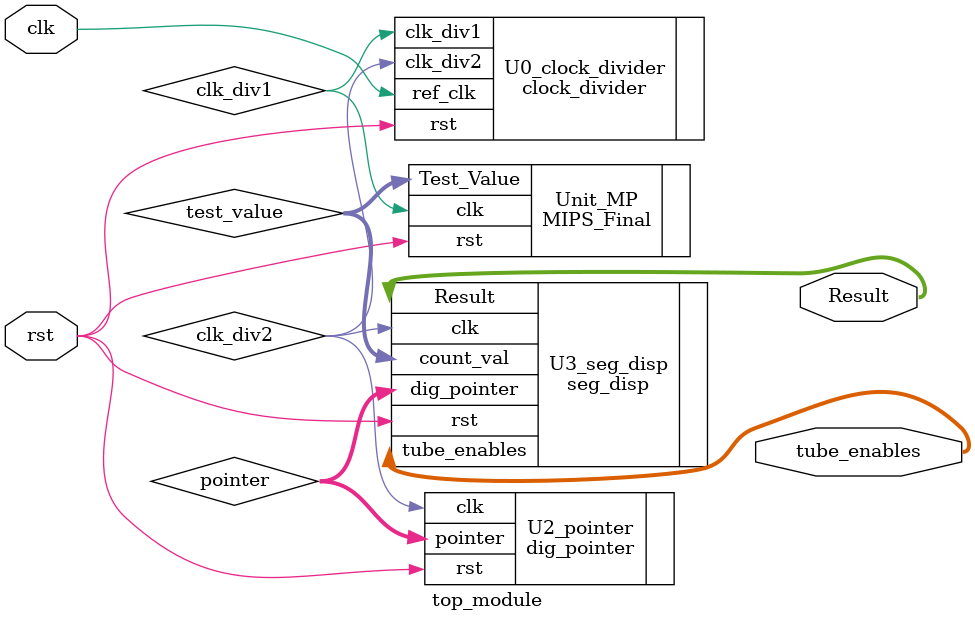
<source format=v>
module top_module (
    output    wire    [7:0]   Result,
    output    wire    [3:0]   tube_enables,
    input     wire            clk,
    input     wire            rst
);

wire  clk_div1, clk_div2;
wire  [15:0] test_value;
wire  [1:0]  pointer;


MIPS_Final Unit_MP (
    .Test_Value(test_value),
    .clk(clk_div1),
    .rst(rst)
);


clock_divider U0_clock_divider (
    .clk_div1(clk_div1),
    .clk_div2(clk_div2),
    .ref_clk(clk),
    .rst(rst)
);


dig_pointer U2_pointer (
    .pointer(pointer),
    .clk(clk_div2),
    .rst(rst)
);

seg_disp U3_seg_disp (
    .Result(Result),
    .tube_enables(tube_enables),
    .count_val(test_value),
    .dig_pointer(pointer),
    .clk(clk_div2),
    .rst(rst)
);

endmodule
</source>
